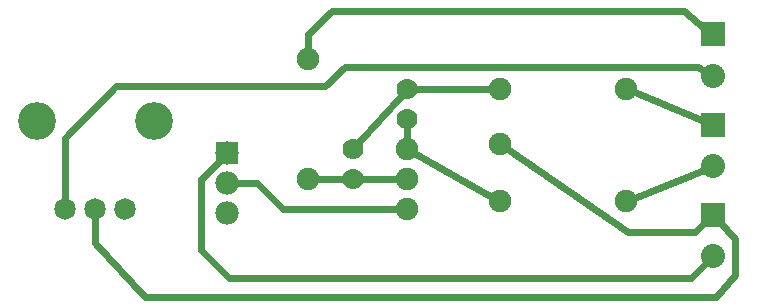
<source format=gtl>
G04 MADE WITH FRITZING*
G04 WWW.FRITZING.ORG*
G04 DOUBLE SIDED*
G04 HOLES PLATED*
G04 CONTOUR ON CENTER OF CONTOUR VECTOR*
%ASAXBY*%
%FSLAX23Y23*%
%MOIN*%
%OFA0B0*%
%SFA1.0B1.0*%
%ADD10C,0.075118*%
%ADD11C,0.074803*%
%ADD12C,0.075000*%
%ADD13C,0.080000*%
%ADD14C,0.070000*%
%ADD15C,0.071889*%
%ADD16C,0.071917*%
%ADD17C,0.124033*%
%ADD18C,0.078000*%
%ADD19C,0.125984*%
%ADD20R,0.080000X0.080000*%
%ADD21R,0.078000X0.078000*%
%ADD22C,0.024000*%
%LNCOPPER1*%
G90*
G70*
G54D10*
X2221Y785D03*
X1800Y785D03*
X1800Y411D03*
X2221Y411D03*
X2221Y785D03*
X1800Y785D03*
X1800Y411D03*
X2221Y411D03*
G54D11*
X1800Y603D03*
G54D12*
X1158Y885D03*
X1158Y485D03*
G54D13*
X2508Y367D03*
X2508Y229D03*
G54D12*
X1489Y586D03*
X1489Y486D03*
X1489Y386D03*
G54D14*
X1310Y486D03*
X1310Y586D03*
X1490Y685D03*
X1490Y786D03*
G54D15*
X351Y384D03*
X451Y384D03*
G54D16*
X551Y384D03*
G54D17*
X257Y679D03*
X645Y679D03*
G54D18*
X890Y571D03*
X890Y471D03*
X890Y371D03*
G54D13*
X2508Y968D03*
X2508Y830D03*
X2508Y667D03*
X2508Y529D03*
G54D19*
X256Y679D03*
X645Y679D03*
G54D20*
X2508Y367D03*
G54D21*
X890Y571D03*
G54D20*
X2508Y968D03*
X2508Y667D03*
G54D22*
X2413Y1046D02*
X1240Y1046D01*
D02*
X1240Y1046D02*
X1158Y968D01*
D02*
X1158Y968D02*
X1158Y914D01*
D02*
X2484Y987D02*
X2413Y1046D01*
D02*
X1284Y486D02*
X1186Y485D01*
D02*
X1461Y486D02*
X1336Y486D01*
D02*
X1516Y786D02*
X1762Y785D01*
D02*
X1473Y766D02*
X1327Y605D01*
D02*
X1514Y572D02*
X1767Y430D01*
D02*
X1490Y615D02*
X1490Y659D01*
D02*
X2479Y679D02*
X2257Y771D01*
D02*
X2479Y517D02*
X2257Y426D01*
D02*
X2451Y308D02*
X2487Y345D01*
D02*
X2225Y308D02*
X2451Y308D01*
D02*
X1831Y581D02*
X2225Y308D01*
D02*
X451Y273D02*
X451Y351D01*
D02*
X2584Y167D02*
X2519Y92D01*
D02*
X616Y92D02*
X451Y273D01*
D02*
X2519Y92D02*
X616Y92D01*
D02*
X2584Y286D02*
X2584Y167D01*
D02*
X2530Y344D02*
X2584Y286D01*
D02*
X2435Y154D02*
X2487Y207D01*
D02*
X897Y154D02*
X2435Y154D01*
D02*
X802Y250D02*
X897Y154D01*
D02*
X802Y487D02*
X802Y250D01*
D02*
X868Y550D02*
X802Y487D01*
D02*
X1076Y386D02*
X1461Y386D01*
D02*
X989Y471D02*
X1076Y386D01*
D02*
X920Y471D02*
X989Y471D01*
D02*
X520Y794D02*
X351Y621D01*
D02*
X1216Y794D02*
X520Y794D01*
D02*
X1284Y859D02*
X1216Y794D01*
D02*
X2459Y859D02*
X1284Y859D01*
D02*
X351Y621D02*
X351Y417D01*
D02*
X2481Y846D02*
X2459Y859D01*
G04 End of Copper1*
M02*
</source>
